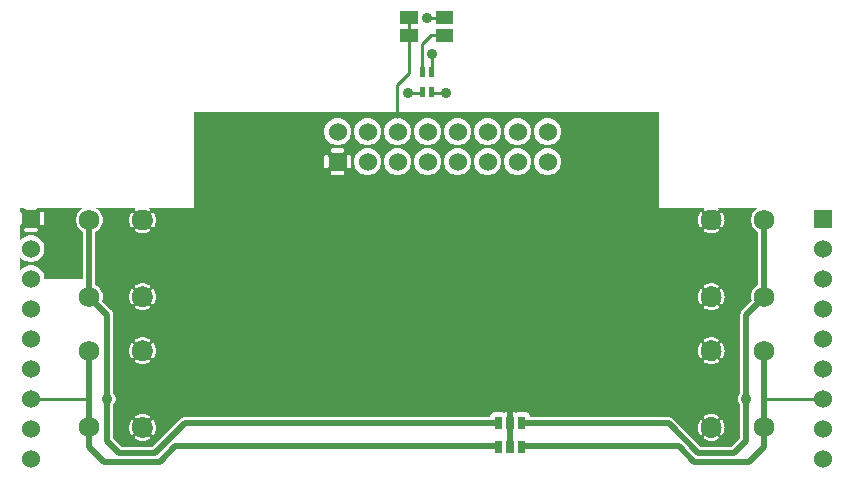
<source format=gbr>
G04 start of page 2 for group 0 idx 0 *
G04 Title: (unknown), top *
G04 Creator: pcb 20110918 *
G04 CreationDate: Tue 28 Jun 2016 03:12:46 AM GMT UTC *
G04 For: railfan *
G04 Format: Gerber/RS-274X *
G04 PCB-Dimensions: 275000 250000 *
G04 PCB-Coordinate-Origin: lower left *
%MOIN*%
%FSLAX25Y25*%
%LNTOP*%
%ADD22C,0.0390*%
%ADD21C,0.0630*%
%ADD20C,0.0380*%
%ADD19C,0.0360*%
%ADD18R,0.0240X0.0240*%
%ADD17R,0.0167X0.0167*%
%ADD16R,0.0430X0.0430*%
%ADD15C,0.0690*%
%ADD14C,0.0600*%
%ADD13C,0.0200*%
%ADD12C,0.0100*%
%ADD11C,0.0001*%
G54D11*G36*
X248000Y81102D02*Y63488D01*
X247974Y63477D01*
X247376Y63111D01*
X246844Y62656D01*
X246389Y62124D01*
X246023Y61526D01*
X245755Y60879D01*
X245591Y60198D01*
X245536Y59500D01*
X245591Y58802D01*
X245755Y58121D01*
X245766Y58094D01*
X242641Y54970D01*
X242581Y54919D01*
X242377Y54679D01*
X242212Y54411D01*
X242092Y54120D01*
X242019Y53814D01*
X242019Y53814D01*
X241994Y53500D01*
X242000Y53422D01*
Y27470D01*
X241728Y27151D01*
X241497Y26775D01*
X241329Y26368D01*
X241226Y25939D01*
X241191Y25500D01*
X241226Y25061D01*
X241329Y24632D01*
X241497Y24225D01*
X241728Y23849D01*
X242000Y23530D01*
Y12328D01*
X239172Y9500D01*
X235961D01*
Y13485D01*
X236020Y13530D01*
X236075Y13587D01*
X236118Y13652D01*
X236307Y13999D01*
X236461Y14362D01*
X236582Y14739D01*
X236668Y15124D01*
X236721Y15515D01*
X236738Y15910D01*
X236721Y16305D01*
X236668Y16696D01*
X236582Y17081D01*
X236461Y17458D01*
X236307Y17822D01*
X236122Y18170D01*
X236077Y18236D01*
X236022Y18293D01*
X235961Y18339D01*
Y39075D01*
X236020Y39120D01*
X236075Y39177D01*
X236118Y39242D01*
X236307Y39588D01*
X236461Y39952D01*
X236582Y40329D01*
X236668Y40714D01*
X236721Y41105D01*
X236738Y41500D01*
X236721Y41895D01*
X236668Y42286D01*
X236582Y42671D01*
X236461Y43048D01*
X236307Y43412D01*
X236122Y43760D01*
X236077Y43826D01*
X236022Y43883D01*
X235961Y43929D01*
Y57075D01*
X236020Y57120D01*
X236075Y57177D01*
X236118Y57242D01*
X236307Y57588D01*
X236461Y57952D01*
X236582Y58329D01*
X236668Y58714D01*
X236721Y59105D01*
X236738Y59500D01*
X236721Y59895D01*
X236668Y60286D01*
X236582Y60671D01*
X236461Y61048D01*
X236307Y61412D01*
X236122Y61760D01*
X236077Y61826D01*
X236022Y61883D01*
X235961Y61929D01*
Y82665D01*
X236020Y82710D01*
X236075Y82767D01*
X236118Y82832D01*
X236307Y83178D01*
X236461Y83542D01*
X236582Y83919D01*
X236668Y84304D01*
X236721Y84695D01*
X236738Y85090D01*
X236721Y85485D01*
X236668Y85876D01*
X236582Y86261D01*
X236461Y86638D01*
X236307Y87002D01*
X236122Y87350D01*
X236077Y87416D01*
X236022Y87473D01*
X235961Y87519D01*
Y89000D01*
X247864D01*
X247376Y88701D01*
X246844Y88246D01*
X246389Y87714D01*
X246023Y87116D01*
X245755Y86469D01*
X245591Y85788D01*
X245536Y85090D01*
X245591Y84392D01*
X245755Y83711D01*
X246023Y83064D01*
X246389Y82466D01*
X246844Y81934D01*
X247376Y81479D01*
X247974Y81113D01*
X248000Y81102D01*
G37*
G36*
X235961Y9500D02*X232286D01*
Y11456D01*
X232679Y11473D01*
X233070Y11526D01*
X233455Y11612D01*
X233832Y11733D01*
X234196Y11887D01*
X234544Y12072D01*
X234610Y12117D01*
X234667Y12172D01*
X234714Y12235D01*
X234752Y12305D01*
X234777Y12380D01*
X234791Y12458D01*
X234792Y12537D01*
X234781Y12616D01*
X234758Y12691D01*
X234724Y12763D01*
X234678Y12828D01*
X234623Y12885D01*
X234560Y12932D01*
X234490Y12969D01*
X234415Y12995D01*
X234337Y13009D01*
X234258Y13010D01*
X234179Y12999D01*
X234103Y12976D01*
X234033Y12940D01*
X233764Y12794D01*
X233483Y12675D01*
X233191Y12581D01*
X232893Y12514D01*
X232590Y12474D01*
X232286Y12460D01*
Y19360D01*
X232590Y19346D01*
X232893Y19306D01*
X233191Y19239D01*
X233483Y19145D01*
X233764Y19026D01*
X234035Y18883D01*
X234105Y18847D01*
X234180Y18824D01*
X234258Y18813D01*
X234337Y18814D01*
X234414Y18828D01*
X234488Y18854D01*
X234558Y18891D01*
X234621Y18938D01*
X234675Y18995D01*
X234721Y19059D01*
X234755Y19130D01*
X234778Y19205D01*
X234789Y19283D01*
X234788Y19362D01*
X234774Y19439D01*
X234748Y19514D01*
X234711Y19583D01*
X234664Y19646D01*
X234607Y19701D01*
X234542Y19744D01*
X234196Y19933D01*
X233832Y20087D01*
X233455Y20208D01*
X233070Y20294D01*
X232679Y20347D01*
X232286Y20364D01*
Y37046D01*
X232679Y37063D01*
X233070Y37116D01*
X233455Y37202D01*
X233832Y37323D01*
X234196Y37477D01*
X234544Y37662D01*
X234610Y37707D01*
X234667Y37762D01*
X234714Y37825D01*
X234752Y37895D01*
X234777Y37970D01*
X234791Y38048D01*
X234792Y38127D01*
X234781Y38206D01*
X234758Y38281D01*
X234724Y38353D01*
X234678Y38418D01*
X234623Y38475D01*
X234560Y38522D01*
X234490Y38559D01*
X234415Y38585D01*
X234337Y38599D01*
X234258Y38600D01*
X234179Y38589D01*
X234103Y38566D01*
X234033Y38530D01*
X233764Y38384D01*
X233483Y38265D01*
X233191Y38171D01*
X232893Y38104D01*
X232590Y38064D01*
X232286Y38050D01*
Y44950D01*
X232590Y44936D01*
X232893Y44896D01*
X233191Y44829D01*
X233483Y44735D01*
X233764Y44616D01*
X234035Y44473D01*
X234105Y44437D01*
X234180Y44414D01*
X234258Y44403D01*
X234337Y44404D01*
X234414Y44418D01*
X234488Y44444D01*
X234558Y44481D01*
X234621Y44528D01*
X234675Y44585D01*
X234721Y44649D01*
X234755Y44720D01*
X234778Y44795D01*
X234789Y44873D01*
X234788Y44952D01*
X234774Y45029D01*
X234748Y45104D01*
X234711Y45173D01*
X234664Y45236D01*
X234607Y45291D01*
X234542Y45334D01*
X234196Y45523D01*
X233832Y45677D01*
X233455Y45798D01*
X233070Y45884D01*
X232679Y45937D01*
X232286Y45954D01*
Y55046D01*
X232679Y55063D01*
X233070Y55116D01*
X233455Y55202D01*
X233832Y55323D01*
X234196Y55477D01*
X234544Y55662D01*
X234610Y55707D01*
X234667Y55762D01*
X234714Y55825D01*
X234752Y55895D01*
X234777Y55970D01*
X234791Y56048D01*
X234792Y56127D01*
X234781Y56206D01*
X234758Y56281D01*
X234724Y56353D01*
X234678Y56418D01*
X234623Y56475D01*
X234560Y56522D01*
X234490Y56559D01*
X234415Y56585D01*
X234337Y56599D01*
X234258Y56600D01*
X234179Y56589D01*
X234103Y56566D01*
X234033Y56530D01*
X233764Y56384D01*
X233483Y56265D01*
X233191Y56171D01*
X232893Y56104D01*
X232590Y56064D01*
X232286Y56050D01*
Y62950D01*
X232590Y62936D01*
X232893Y62896D01*
X233191Y62829D01*
X233483Y62735D01*
X233764Y62616D01*
X234035Y62473D01*
X234105Y62437D01*
X234180Y62414D01*
X234258Y62403D01*
X234337Y62404D01*
X234414Y62418D01*
X234488Y62444D01*
X234558Y62481D01*
X234621Y62528D01*
X234675Y62585D01*
X234721Y62649D01*
X234755Y62720D01*
X234778Y62795D01*
X234789Y62873D01*
X234788Y62952D01*
X234774Y63029D01*
X234748Y63104D01*
X234711Y63173D01*
X234664Y63236D01*
X234607Y63291D01*
X234542Y63334D01*
X234196Y63523D01*
X233832Y63677D01*
X233455Y63798D01*
X233070Y63884D01*
X232679Y63937D01*
X232286Y63954D01*
Y80636D01*
X232679Y80653D01*
X233070Y80706D01*
X233455Y80792D01*
X233832Y80913D01*
X234196Y81067D01*
X234544Y81252D01*
X234610Y81297D01*
X234667Y81352D01*
X234714Y81415D01*
X234752Y81485D01*
X234777Y81560D01*
X234791Y81638D01*
X234792Y81717D01*
X234781Y81796D01*
X234758Y81871D01*
X234724Y81943D01*
X234678Y82008D01*
X234623Y82065D01*
X234560Y82112D01*
X234490Y82149D01*
X234415Y82175D01*
X234337Y82189D01*
X234258Y82190D01*
X234179Y82179D01*
X234103Y82156D01*
X234033Y82120D01*
X233764Y81974D01*
X233483Y81855D01*
X233191Y81761D01*
X232893Y81694D01*
X232590Y81654D01*
X232286Y81640D01*
Y88540D01*
X232590Y88526D01*
X232893Y88486D01*
X233191Y88419D01*
X233483Y88325D01*
X233764Y88206D01*
X234035Y88063D01*
X234105Y88027D01*
X234180Y88004D01*
X234258Y87993D01*
X234337Y87994D01*
X234414Y88008D01*
X234488Y88034D01*
X234558Y88071D01*
X234621Y88118D01*
X234675Y88175D01*
X234721Y88239D01*
X234755Y88310D01*
X234778Y88385D01*
X234789Y88463D01*
X234788Y88542D01*
X234774Y88619D01*
X234748Y88694D01*
X234711Y88763D01*
X234664Y88826D01*
X234607Y88881D01*
X234542Y88924D01*
X234404Y89000D01*
X235961D01*
Y87519D01*
X235959Y87520D01*
X235889Y87558D01*
X235814Y87583D01*
X235736Y87597D01*
X235657Y87598D01*
X235578Y87587D01*
X235503Y87564D01*
X235431Y87530D01*
X235366Y87484D01*
X235309Y87429D01*
X235262Y87366D01*
X235225Y87296D01*
X235199Y87221D01*
X235185Y87143D01*
X235184Y87064D01*
X235195Y86985D01*
X235218Y86909D01*
X235254Y86839D01*
X235400Y86570D01*
X235519Y86289D01*
X235613Y85997D01*
X235680Y85699D01*
X235720Y85396D01*
X235734Y85090D01*
X235720Y84784D01*
X235680Y84481D01*
X235613Y84183D01*
X235519Y83891D01*
X235400Y83610D01*
X235257Y83339D01*
X235221Y83269D01*
X235198Y83194D01*
X235187Y83116D01*
X235188Y83037D01*
X235202Y82960D01*
X235228Y82886D01*
X235265Y82816D01*
X235312Y82753D01*
X235369Y82699D01*
X235433Y82653D01*
X235504Y82619D01*
X235579Y82596D01*
X235657Y82585D01*
X235736Y82586D01*
X235813Y82600D01*
X235888Y82626D01*
X235957Y82663D01*
X235961Y82665D01*
Y61929D01*
X235959Y61930D01*
X235889Y61968D01*
X235814Y61993D01*
X235736Y62007D01*
X235657Y62008D01*
X235578Y61997D01*
X235503Y61974D01*
X235431Y61940D01*
X235366Y61894D01*
X235309Y61839D01*
X235262Y61776D01*
X235225Y61706D01*
X235199Y61631D01*
X235185Y61553D01*
X235184Y61474D01*
X235195Y61395D01*
X235218Y61319D01*
X235254Y61249D01*
X235400Y60980D01*
X235519Y60699D01*
X235613Y60407D01*
X235680Y60109D01*
X235720Y59806D01*
X235734Y59500D01*
X235720Y59194D01*
X235680Y58891D01*
X235613Y58593D01*
X235519Y58301D01*
X235400Y58020D01*
X235257Y57749D01*
X235221Y57679D01*
X235198Y57604D01*
X235187Y57526D01*
X235188Y57447D01*
X235202Y57370D01*
X235228Y57296D01*
X235265Y57226D01*
X235312Y57163D01*
X235369Y57109D01*
X235433Y57063D01*
X235504Y57029D01*
X235579Y57006D01*
X235657Y56995D01*
X235736Y56996D01*
X235813Y57010D01*
X235888Y57036D01*
X235957Y57073D01*
X235961Y57075D01*
Y43929D01*
X235959Y43930D01*
X235889Y43968D01*
X235814Y43993D01*
X235736Y44007D01*
X235657Y44008D01*
X235578Y43997D01*
X235503Y43974D01*
X235431Y43940D01*
X235366Y43894D01*
X235309Y43839D01*
X235262Y43776D01*
X235225Y43706D01*
X235199Y43631D01*
X235185Y43553D01*
X235184Y43474D01*
X235195Y43395D01*
X235218Y43319D01*
X235254Y43249D01*
X235400Y42980D01*
X235519Y42699D01*
X235613Y42407D01*
X235680Y42109D01*
X235720Y41806D01*
X235734Y41500D01*
X235720Y41194D01*
X235680Y40891D01*
X235613Y40593D01*
X235519Y40301D01*
X235400Y40020D01*
X235257Y39749D01*
X235221Y39679D01*
X235198Y39604D01*
X235187Y39526D01*
X235188Y39447D01*
X235202Y39370D01*
X235228Y39296D01*
X235265Y39226D01*
X235312Y39163D01*
X235369Y39109D01*
X235433Y39063D01*
X235504Y39029D01*
X235579Y39006D01*
X235657Y38995D01*
X235736Y38996D01*
X235813Y39010D01*
X235888Y39036D01*
X235957Y39073D01*
X235961Y39075D01*
Y18339D01*
X235959Y18340D01*
X235889Y18378D01*
X235814Y18403D01*
X235736Y18417D01*
X235657Y18418D01*
X235578Y18407D01*
X235503Y18384D01*
X235431Y18350D01*
X235366Y18304D01*
X235309Y18249D01*
X235262Y18186D01*
X235225Y18116D01*
X235199Y18041D01*
X235185Y17963D01*
X235184Y17884D01*
X235195Y17805D01*
X235218Y17729D01*
X235254Y17659D01*
X235400Y17390D01*
X235519Y17109D01*
X235613Y16817D01*
X235680Y16519D01*
X235720Y16216D01*
X235734Y15910D01*
X235720Y15604D01*
X235680Y15301D01*
X235613Y15003D01*
X235519Y14711D01*
X235400Y14430D01*
X235257Y14159D01*
X235221Y14089D01*
X235198Y14014D01*
X235187Y13936D01*
X235188Y13857D01*
X235202Y13780D01*
X235228Y13706D01*
X235265Y13636D01*
X235312Y13573D01*
X235369Y13519D01*
X235433Y13473D01*
X235504Y13439D01*
X235579Y13416D01*
X235657Y13405D01*
X235736Y13406D01*
X235813Y13420D01*
X235888Y13446D01*
X235957Y13483D01*
X235961Y13485D01*
Y9500D01*
G37*
G36*
X232286D02*X228828D01*
X228607Y9721D01*
Y13481D01*
X228609Y13480D01*
X228679Y13442D01*
X228754Y13417D01*
X228832Y13403D01*
X228911Y13402D01*
X228990Y13413D01*
X229065Y13436D01*
X229137Y13470D01*
X229202Y13516D01*
X229259Y13571D01*
X229306Y13634D01*
X229343Y13704D01*
X229369Y13779D01*
X229383Y13857D01*
X229384Y13936D01*
X229373Y14015D01*
X229350Y14091D01*
X229314Y14161D01*
X229168Y14430D01*
X229049Y14711D01*
X228955Y15003D01*
X228888Y15301D01*
X228848Y15604D01*
X228834Y15910D01*
X228848Y16216D01*
X228888Y16519D01*
X228955Y16817D01*
X229049Y17109D01*
X229168Y17390D01*
X229311Y17661D01*
X229347Y17731D01*
X229370Y17806D01*
X229381Y17884D01*
X229380Y17963D01*
X229366Y18040D01*
X229340Y18114D01*
X229303Y18184D01*
X229256Y18247D01*
X229199Y18301D01*
X229135Y18347D01*
X229064Y18381D01*
X228989Y18404D01*
X228911Y18415D01*
X228832Y18414D01*
X228755Y18400D01*
X228680Y18374D01*
X228611Y18337D01*
X228607Y18335D01*
Y39071D01*
X228609Y39070D01*
X228679Y39032D01*
X228754Y39007D01*
X228832Y38993D01*
X228911Y38992D01*
X228990Y39003D01*
X229065Y39026D01*
X229137Y39060D01*
X229202Y39106D01*
X229259Y39161D01*
X229306Y39224D01*
X229343Y39294D01*
X229369Y39369D01*
X229383Y39447D01*
X229384Y39526D01*
X229373Y39605D01*
X229350Y39681D01*
X229314Y39751D01*
X229168Y40020D01*
X229049Y40301D01*
X228955Y40593D01*
X228888Y40891D01*
X228848Y41194D01*
X228834Y41500D01*
X228848Y41806D01*
X228888Y42109D01*
X228955Y42407D01*
X229049Y42699D01*
X229168Y42980D01*
X229311Y43251D01*
X229347Y43321D01*
X229370Y43396D01*
X229381Y43474D01*
X229380Y43553D01*
X229366Y43630D01*
X229340Y43704D01*
X229303Y43774D01*
X229256Y43837D01*
X229199Y43891D01*
X229135Y43937D01*
X229064Y43971D01*
X228989Y43994D01*
X228911Y44005D01*
X228832Y44004D01*
X228755Y43990D01*
X228680Y43964D01*
X228611Y43927D01*
X228607Y43925D01*
Y57071D01*
X228609Y57070D01*
X228679Y57032D01*
X228754Y57007D01*
X228832Y56993D01*
X228911Y56992D01*
X228990Y57003D01*
X229065Y57026D01*
X229137Y57060D01*
X229202Y57106D01*
X229259Y57161D01*
X229306Y57224D01*
X229343Y57294D01*
X229369Y57369D01*
X229383Y57447D01*
X229384Y57526D01*
X229373Y57605D01*
X229350Y57681D01*
X229314Y57751D01*
X229168Y58020D01*
X229049Y58301D01*
X228955Y58593D01*
X228888Y58891D01*
X228848Y59194D01*
X228834Y59500D01*
X228848Y59806D01*
X228888Y60109D01*
X228955Y60407D01*
X229049Y60699D01*
X229168Y60980D01*
X229311Y61251D01*
X229347Y61321D01*
X229370Y61396D01*
X229381Y61474D01*
X229380Y61553D01*
X229366Y61630D01*
X229340Y61704D01*
X229303Y61774D01*
X229256Y61837D01*
X229199Y61891D01*
X229135Y61937D01*
X229064Y61971D01*
X228989Y61994D01*
X228911Y62005D01*
X228832Y62004D01*
X228755Y61990D01*
X228680Y61964D01*
X228611Y61927D01*
X228607Y61925D01*
Y82661D01*
X228609Y82660D01*
X228679Y82622D01*
X228754Y82597D01*
X228832Y82583D01*
X228911Y82582D01*
X228990Y82593D01*
X229065Y82616D01*
X229137Y82650D01*
X229202Y82696D01*
X229259Y82751D01*
X229306Y82814D01*
X229343Y82884D01*
X229369Y82959D01*
X229383Y83037D01*
X229384Y83116D01*
X229373Y83195D01*
X229350Y83271D01*
X229314Y83341D01*
X229168Y83610D01*
X229049Y83891D01*
X228955Y84183D01*
X228888Y84481D01*
X228848Y84784D01*
X228834Y85090D01*
X228848Y85396D01*
X228888Y85699D01*
X228955Y85997D01*
X229049Y86289D01*
X229168Y86570D01*
X229311Y86841D01*
X229347Y86911D01*
X229370Y86986D01*
X229381Y87064D01*
X229380Y87143D01*
X229366Y87220D01*
X229340Y87294D01*
X229303Y87364D01*
X229256Y87427D01*
X229199Y87481D01*
X229135Y87527D01*
X229064Y87561D01*
X228989Y87584D01*
X228911Y87595D01*
X228832Y87594D01*
X228755Y87580D01*
X228680Y87554D01*
X228611Y87517D01*
X228607Y87515D01*
Y89000D01*
X230159D01*
X230024Y88928D01*
X229958Y88883D01*
X229901Y88828D01*
X229854Y88765D01*
X229816Y88695D01*
X229791Y88620D01*
X229777Y88542D01*
X229776Y88463D01*
X229787Y88384D01*
X229810Y88309D01*
X229844Y88237D01*
X229890Y88172D01*
X229945Y88115D01*
X230008Y88068D01*
X230078Y88031D01*
X230153Y88005D01*
X230231Y87991D01*
X230310Y87990D01*
X230389Y88001D01*
X230465Y88024D01*
X230535Y88060D01*
X230804Y88206D01*
X231085Y88325D01*
X231377Y88419D01*
X231675Y88486D01*
X231978Y88526D01*
X232284Y88540D01*
X232286Y88540D01*
Y81640D01*
X232284Y81640D01*
X231978Y81654D01*
X231675Y81694D01*
X231377Y81761D01*
X231085Y81855D01*
X230804Y81974D01*
X230533Y82117D01*
X230463Y82153D01*
X230388Y82176D01*
X230310Y82187D01*
X230231Y82186D01*
X230154Y82172D01*
X230080Y82146D01*
X230010Y82109D01*
X229947Y82062D01*
X229893Y82005D01*
X229847Y81941D01*
X229813Y81870D01*
X229790Y81795D01*
X229779Y81717D01*
X229780Y81638D01*
X229794Y81561D01*
X229820Y81486D01*
X229857Y81417D01*
X229904Y81354D01*
X229961Y81299D01*
X230026Y81256D01*
X230372Y81067D01*
X230736Y80913D01*
X231113Y80792D01*
X231498Y80706D01*
X231889Y80653D01*
X232284Y80636D01*
X232286Y80636D01*
Y63954D01*
X232284Y63954D01*
X231889Y63937D01*
X231498Y63884D01*
X231113Y63798D01*
X230736Y63677D01*
X230372Y63523D01*
X230024Y63338D01*
X229958Y63293D01*
X229901Y63238D01*
X229854Y63175D01*
X229816Y63105D01*
X229791Y63030D01*
X229777Y62952D01*
X229776Y62873D01*
X229787Y62794D01*
X229810Y62719D01*
X229844Y62647D01*
X229890Y62582D01*
X229945Y62525D01*
X230008Y62478D01*
X230078Y62441D01*
X230153Y62415D01*
X230231Y62401D01*
X230310Y62400D01*
X230389Y62411D01*
X230465Y62434D01*
X230535Y62470D01*
X230804Y62616D01*
X231085Y62735D01*
X231377Y62829D01*
X231675Y62896D01*
X231978Y62936D01*
X232284Y62950D01*
X232286Y62950D01*
Y56050D01*
X232284Y56050D01*
X231978Y56064D01*
X231675Y56104D01*
X231377Y56171D01*
X231085Y56265D01*
X230804Y56384D01*
X230533Y56527D01*
X230463Y56563D01*
X230388Y56586D01*
X230310Y56597D01*
X230231Y56596D01*
X230154Y56582D01*
X230080Y56556D01*
X230010Y56519D01*
X229947Y56472D01*
X229893Y56415D01*
X229847Y56351D01*
X229813Y56280D01*
X229790Y56205D01*
X229779Y56127D01*
X229780Y56048D01*
X229794Y55971D01*
X229820Y55896D01*
X229857Y55827D01*
X229904Y55764D01*
X229961Y55709D01*
X230026Y55666D01*
X230372Y55477D01*
X230736Y55323D01*
X231113Y55202D01*
X231498Y55116D01*
X231889Y55063D01*
X232284Y55046D01*
X232286Y55046D01*
Y45954D01*
X232284Y45954D01*
X231889Y45937D01*
X231498Y45884D01*
X231113Y45798D01*
X230736Y45677D01*
X230372Y45523D01*
X230024Y45338D01*
X229958Y45293D01*
X229901Y45238D01*
X229854Y45175D01*
X229816Y45105D01*
X229791Y45030D01*
X229777Y44952D01*
X229776Y44873D01*
X229787Y44794D01*
X229810Y44719D01*
X229844Y44647D01*
X229890Y44582D01*
X229945Y44525D01*
X230008Y44478D01*
X230078Y44441D01*
X230153Y44415D01*
X230231Y44401D01*
X230310Y44400D01*
X230389Y44411D01*
X230465Y44434D01*
X230535Y44470D01*
X230804Y44616D01*
X231085Y44735D01*
X231377Y44829D01*
X231675Y44896D01*
X231978Y44936D01*
X232284Y44950D01*
X232286Y44950D01*
Y38050D01*
X232284Y38050D01*
X231978Y38064D01*
X231675Y38104D01*
X231377Y38171D01*
X231085Y38265D01*
X230804Y38384D01*
X230533Y38527D01*
X230463Y38563D01*
X230388Y38586D01*
X230310Y38597D01*
X230231Y38596D01*
X230154Y38582D01*
X230080Y38556D01*
X230010Y38519D01*
X229947Y38472D01*
X229893Y38415D01*
X229847Y38351D01*
X229813Y38280D01*
X229790Y38205D01*
X229779Y38127D01*
X229780Y38048D01*
X229794Y37971D01*
X229820Y37896D01*
X229857Y37827D01*
X229904Y37764D01*
X229961Y37709D01*
X230026Y37666D01*
X230372Y37477D01*
X230736Y37323D01*
X231113Y37202D01*
X231498Y37116D01*
X231889Y37063D01*
X232284Y37046D01*
X232286Y37046D01*
Y20364D01*
X232284Y20364D01*
X231889Y20347D01*
X231498Y20294D01*
X231113Y20208D01*
X230736Y20087D01*
X230372Y19933D01*
X230024Y19748D01*
X229958Y19703D01*
X229901Y19648D01*
X229854Y19585D01*
X229816Y19515D01*
X229791Y19440D01*
X229777Y19362D01*
X229776Y19283D01*
X229787Y19204D01*
X229810Y19129D01*
X229844Y19057D01*
X229890Y18992D01*
X229945Y18935D01*
X230008Y18888D01*
X230078Y18851D01*
X230153Y18825D01*
X230231Y18811D01*
X230310Y18810D01*
X230389Y18821D01*
X230465Y18844D01*
X230535Y18880D01*
X230804Y19026D01*
X231085Y19145D01*
X231377Y19239D01*
X231675Y19306D01*
X231978Y19346D01*
X232284Y19360D01*
X232286Y19360D01*
Y12460D01*
X232284Y12460D01*
X231978Y12474D01*
X231675Y12514D01*
X231377Y12581D01*
X231085Y12675D01*
X230804Y12794D01*
X230533Y12937D01*
X230463Y12973D01*
X230388Y12996D01*
X230310Y13007D01*
X230231Y13006D01*
X230154Y12992D01*
X230080Y12966D01*
X230010Y12929D01*
X229947Y12882D01*
X229893Y12825D01*
X229847Y12761D01*
X229813Y12690D01*
X229790Y12615D01*
X229779Y12537D01*
X229780Y12458D01*
X229794Y12381D01*
X229820Y12306D01*
X229857Y12237D01*
X229904Y12174D01*
X229961Y12119D01*
X230026Y12076D01*
X230372Y11887D01*
X230736Y11733D01*
X231113Y11612D01*
X231498Y11526D01*
X231889Y11473D01*
X232284Y11456D01*
X232286Y11456D01*
Y9500D01*
G37*
G36*
X228607Y9721D02*X219570Y18759D01*
X219519Y18819D01*
X219279Y19023D01*
X219011Y19188D01*
X218720Y19308D01*
X218414Y19381D01*
X218414Y19381D01*
X218100Y19406D01*
X218022Y19400D01*
X177743D01*
Y99987D01*
X177750Y99986D01*
X178456Y100042D01*
X179145Y100207D01*
X179799Y100478D01*
X180403Y100848D01*
X180942Y101308D01*
X181402Y101847D01*
X181772Y102451D01*
X182043Y103105D01*
X182208Y103794D01*
X182250Y104500D01*
X182208Y105206D01*
X182043Y105895D01*
X181772Y106549D01*
X181402Y107153D01*
X180942Y107692D01*
X180403Y108152D01*
X179799Y108522D01*
X179145Y108793D01*
X178456Y108958D01*
X177750Y109014D01*
X177743Y109013D01*
Y109987D01*
X177750Y109986D01*
X178456Y110042D01*
X179145Y110207D01*
X179799Y110478D01*
X180403Y110848D01*
X180942Y111308D01*
X181402Y111847D01*
X181772Y112451D01*
X182043Y113105D01*
X182208Y113794D01*
X182250Y114500D01*
X182208Y115206D01*
X182043Y115895D01*
X181772Y116549D01*
X181402Y117153D01*
X180942Y117692D01*
X180403Y118152D01*
X179799Y118522D01*
X179145Y118793D01*
X178456Y118958D01*
X177750Y119014D01*
X177743Y119013D01*
Y121000D01*
X215000D01*
Y89000D01*
X228607D01*
Y87515D01*
X228548Y87470D01*
X228493Y87413D01*
X228450Y87348D01*
X228261Y87002D01*
X228107Y86638D01*
X227986Y86261D01*
X227900Y85876D01*
X227847Y85485D01*
X227830Y85090D01*
X227847Y84695D01*
X227900Y84304D01*
X227986Y83919D01*
X228107Y83542D01*
X228261Y83178D01*
X228446Y82830D01*
X228491Y82764D01*
X228546Y82707D01*
X228607Y82661D01*
Y61925D01*
X228548Y61880D01*
X228493Y61823D01*
X228450Y61758D01*
X228261Y61412D01*
X228107Y61048D01*
X227986Y60671D01*
X227900Y60286D01*
X227847Y59895D01*
X227830Y59500D01*
X227847Y59105D01*
X227900Y58714D01*
X227986Y58329D01*
X228107Y57952D01*
X228261Y57588D01*
X228446Y57240D01*
X228491Y57174D01*
X228546Y57117D01*
X228607Y57071D01*
Y43925D01*
X228548Y43880D01*
X228493Y43823D01*
X228450Y43758D01*
X228261Y43412D01*
X228107Y43048D01*
X227986Y42671D01*
X227900Y42286D01*
X227847Y41895D01*
X227830Y41500D01*
X227847Y41105D01*
X227900Y40714D01*
X227986Y40329D01*
X228107Y39952D01*
X228261Y39588D01*
X228446Y39240D01*
X228491Y39174D01*
X228546Y39117D01*
X228607Y39071D01*
Y18335D01*
X228548Y18290D01*
X228493Y18233D01*
X228450Y18168D01*
X228261Y17822D01*
X228107Y17458D01*
X227986Y17081D01*
X227900Y16696D01*
X227847Y16305D01*
X227830Y15910D01*
X227847Y15515D01*
X227900Y15124D01*
X227986Y14739D01*
X228107Y14362D01*
X228261Y13999D01*
X228446Y13650D01*
X228491Y13584D01*
X228546Y13527D01*
X228607Y13481D01*
Y9721D01*
G37*
G36*
X177743Y19400D02*X171837D01*
X171836Y19735D01*
X171781Y19965D01*
X171691Y20183D01*
X171567Y20384D01*
X171414Y20564D01*
X171234Y20717D01*
X171033Y20841D01*
X170815Y20931D01*
X170585Y20986D01*
X170350Y21000D01*
X167743Y20986D01*
Y99987D01*
X167750Y99986D01*
X168456Y100042D01*
X169145Y100207D01*
X169799Y100478D01*
X170403Y100848D01*
X170942Y101308D01*
X171402Y101847D01*
X171772Y102451D01*
X172043Y103105D01*
X172208Y103794D01*
X172250Y104500D01*
X172208Y105206D01*
X172043Y105895D01*
X171772Y106549D01*
X171402Y107153D01*
X170942Y107692D01*
X170403Y108152D01*
X169799Y108522D01*
X169145Y108793D01*
X168456Y108958D01*
X167750Y109014D01*
X167743Y109013D01*
Y109987D01*
X167750Y109986D01*
X168456Y110042D01*
X169145Y110207D01*
X169799Y110478D01*
X170403Y110848D01*
X170942Y111308D01*
X171402Y111847D01*
X171772Y112451D01*
X172043Y113105D01*
X172208Y113794D01*
X172250Y114500D01*
X172208Y115206D01*
X172043Y115895D01*
X171772Y116549D01*
X171402Y117153D01*
X170942Y117692D01*
X170403Y118152D01*
X169799Y118522D01*
X169145Y118793D01*
X168456Y118958D01*
X167750Y119014D01*
X167743Y119013D01*
Y121000D01*
X177743D01*
Y119013D01*
X177044Y118958D01*
X176355Y118793D01*
X175701Y118522D01*
X175097Y118152D01*
X174558Y117692D01*
X174098Y117153D01*
X173728Y116549D01*
X173457Y115895D01*
X173292Y115206D01*
X173236Y114500D01*
X173292Y113794D01*
X173457Y113105D01*
X173728Y112451D01*
X174098Y111847D01*
X174558Y111308D01*
X175097Y110848D01*
X175701Y110478D01*
X176355Y110207D01*
X177044Y110042D01*
X177743Y109987D01*
Y109013D01*
X177044Y108958D01*
X176355Y108793D01*
X175701Y108522D01*
X175097Y108152D01*
X174558Y107692D01*
X174098Y107153D01*
X173728Y106549D01*
X173457Y105895D01*
X173292Y105206D01*
X173236Y104500D01*
X173292Y103794D01*
X173457Y103105D01*
X173728Y102451D01*
X174098Y101847D01*
X174558Y101308D01*
X175097Y100848D01*
X175701Y100478D01*
X176355Y100207D01*
X177044Y100042D01*
X177743Y99987D01*
Y19400D01*
G37*
G36*
X167743Y20986D02*X167715Y20986D01*
X167485Y20931D01*
X167267Y20841D01*
X167200Y20800D01*
X167133Y20841D01*
X166915Y20931D01*
X166685Y20986D01*
X166450Y21000D01*
X163815Y20986D01*
X163585Y20931D01*
X163367Y20841D01*
X163300Y20800D01*
X163233Y20841D01*
X163015Y20931D01*
X162785Y20986D01*
X162550Y21000D01*
X159915Y20986D01*
X159685Y20931D01*
X159467Y20841D01*
X159266Y20717D01*
X159086Y20564D01*
X158933Y20384D01*
X158809Y20183D01*
X158719Y19965D01*
X158664Y19735D01*
X158650Y19500D01*
X158650Y19400D01*
X157743D01*
Y99987D01*
X157750Y99986D01*
X158456Y100042D01*
X159145Y100207D01*
X159799Y100478D01*
X160403Y100848D01*
X160942Y101308D01*
X161402Y101847D01*
X161772Y102451D01*
X162043Y103105D01*
X162208Y103794D01*
X162250Y104500D01*
X162208Y105206D01*
X162043Y105895D01*
X161772Y106549D01*
X161402Y107153D01*
X160942Y107692D01*
X160403Y108152D01*
X159799Y108522D01*
X159145Y108793D01*
X158456Y108958D01*
X157750Y109014D01*
X157743Y109013D01*
Y109987D01*
X157750Y109986D01*
X158456Y110042D01*
X159145Y110207D01*
X159799Y110478D01*
X160403Y110848D01*
X160942Y111308D01*
X161402Y111847D01*
X161772Y112451D01*
X162043Y113105D01*
X162208Y113794D01*
X162250Y114500D01*
X162208Y115206D01*
X162043Y115895D01*
X161772Y116549D01*
X161402Y117153D01*
X160942Y117692D01*
X160403Y118152D01*
X159799Y118522D01*
X159145Y118793D01*
X158456Y118958D01*
X157750Y119014D01*
X157743Y119013D01*
Y121000D01*
X167743D01*
Y119013D01*
X167044Y118958D01*
X166355Y118793D01*
X165701Y118522D01*
X165097Y118152D01*
X164558Y117692D01*
X164098Y117153D01*
X163728Y116549D01*
X163457Y115895D01*
X163292Y115206D01*
X163236Y114500D01*
X163292Y113794D01*
X163457Y113105D01*
X163728Y112451D01*
X164098Y111847D01*
X164558Y111308D01*
X165097Y110848D01*
X165701Y110478D01*
X166355Y110207D01*
X167044Y110042D01*
X167743Y109987D01*
Y109013D01*
X167044Y108958D01*
X166355Y108793D01*
X165701Y108522D01*
X165097Y108152D01*
X164558Y107692D01*
X164098Y107153D01*
X163728Y106549D01*
X163457Y105895D01*
X163292Y105206D01*
X163236Y104500D01*
X163292Y103794D01*
X163457Y103105D01*
X163728Y102451D01*
X164098Y101847D01*
X164558Y101308D01*
X165097Y100848D01*
X165701Y100478D01*
X166355Y100207D01*
X167044Y100042D01*
X167743Y99987D01*
Y20986D01*
G37*
G36*
X157743Y19400D02*X147743D01*
Y99987D01*
X147750Y99986D01*
X148456Y100042D01*
X149145Y100207D01*
X149799Y100478D01*
X150403Y100848D01*
X150942Y101308D01*
X151402Y101847D01*
X151772Y102451D01*
X152043Y103105D01*
X152208Y103794D01*
X152250Y104500D01*
X152208Y105206D01*
X152043Y105895D01*
X151772Y106549D01*
X151402Y107153D01*
X150942Y107692D01*
X150403Y108152D01*
X149799Y108522D01*
X149145Y108793D01*
X148456Y108958D01*
X147750Y109014D01*
X147743Y109013D01*
Y109987D01*
X147750Y109986D01*
X148456Y110042D01*
X149145Y110207D01*
X149799Y110478D01*
X150403Y110848D01*
X150942Y111308D01*
X151402Y111847D01*
X151772Y112451D01*
X152043Y113105D01*
X152208Y113794D01*
X152250Y114500D01*
X152208Y115206D01*
X152043Y115895D01*
X151772Y116549D01*
X151402Y117153D01*
X150942Y117692D01*
X150403Y118152D01*
X149799Y118522D01*
X149145Y118793D01*
X148456Y118958D01*
X147750Y119014D01*
X147743Y119013D01*
Y121000D01*
X157743D01*
Y119013D01*
X157044Y118958D01*
X156355Y118793D01*
X155701Y118522D01*
X155097Y118152D01*
X154558Y117692D01*
X154098Y117153D01*
X153728Y116549D01*
X153457Y115895D01*
X153292Y115206D01*
X153236Y114500D01*
X153292Y113794D01*
X153457Y113105D01*
X153728Y112451D01*
X154098Y111847D01*
X154558Y111308D01*
X155097Y110848D01*
X155701Y110478D01*
X156355Y110207D01*
X157044Y110042D01*
X157743Y109987D01*
Y109013D01*
X157044Y108958D01*
X156355Y108793D01*
X155701Y108522D01*
X155097Y108152D01*
X154558Y107692D01*
X154098Y107153D01*
X153728Y106549D01*
X153457Y105895D01*
X153292Y105206D01*
X153236Y104500D01*
X153292Y103794D01*
X153457Y103105D01*
X153728Y102451D01*
X154098Y101847D01*
X154558Y101308D01*
X155097Y100848D01*
X155701Y100478D01*
X156355Y100207D01*
X157044Y100042D01*
X157743Y99987D01*
Y19400D01*
G37*
G36*
X147743D02*X137743D01*
Y99987D01*
X137750Y99986D01*
X138456Y100042D01*
X139145Y100207D01*
X139799Y100478D01*
X140403Y100848D01*
X140942Y101308D01*
X141402Y101847D01*
X141772Y102451D01*
X142043Y103105D01*
X142208Y103794D01*
X142250Y104500D01*
X142208Y105206D01*
X142043Y105895D01*
X141772Y106549D01*
X141402Y107153D01*
X140942Y107692D01*
X140403Y108152D01*
X139799Y108522D01*
X139145Y108793D01*
X138456Y108958D01*
X137750Y109014D01*
X137743Y109013D01*
Y109987D01*
X137750Y109986D01*
X138456Y110042D01*
X139145Y110207D01*
X139799Y110478D01*
X140403Y110848D01*
X140942Y111308D01*
X141402Y111847D01*
X141772Y112451D01*
X142043Y113105D01*
X142208Y113794D01*
X142250Y114500D01*
X142208Y115206D01*
X142043Y115895D01*
X141772Y116549D01*
X141402Y117153D01*
X140942Y117692D01*
X140403Y118152D01*
X139799Y118522D01*
X139145Y118793D01*
X138456Y118958D01*
X137750Y119014D01*
X137743Y119013D01*
Y121000D01*
X147743D01*
Y119013D01*
X147044Y118958D01*
X146355Y118793D01*
X145701Y118522D01*
X145097Y118152D01*
X144558Y117692D01*
X144098Y117153D01*
X143728Y116549D01*
X143457Y115895D01*
X143292Y115206D01*
X143236Y114500D01*
X143292Y113794D01*
X143457Y113105D01*
X143728Y112451D01*
X144098Y111847D01*
X144558Y111308D01*
X145097Y110848D01*
X145701Y110478D01*
X146355Y110207D01*
X147044Y110042D01*
X147743Y109987D01*
Y109013D01*
X147044Y108958D01*
X146355Y108793D01*
X145701Y108522D01*
X145097Y108152D01*
X144558Y107692D01*
X144098Y107153D01*
X143728Y106549D01*
X143457Y105895D01*
X143292Y105206D01*
X143236Y104500D01*
X143292Y103794D01*
X143457Y103105D01*
X143728Y102451D01*
X144098Y101847D01*
X144558Y101308D01*
X145097Y100848D01*
X145701Y100478D01*
X146355Y100207D01*
X147044Y100042D01*
X147743Y99987D01*
Y19400D01*
G37*
G36*
X137743D02*X127743D01*
Y99987D01*
X127750Y99986D01*
X128456Y100042D01*
X129145Y100207D01*
X129799Y100478D01*
X130403Y100848D01*
X130942Y101308D01*
X131402Y101847D01*
X131772Y102451D01*
X132043Y103105D01*
X132208Y103794D01*
X132250Y104500D01*
X132208Y105206D01*
X132043Y105895D01*
X131772Y106549D01*
X131402Y107153D01*
X130942Y107692D01*
X130403Y108152D01*
X129799Y108522D01*
X129145Y108793D01*
X128456Y108958D01*
X127750Y109014D01*
X127743Y109013D01*
Y109987D01*
X127750Y109986D01*
X128456Y110042D01*
X129145Y110207D01*
X129799Y110478D01*
X130403Y110848D01*
X130942Y111308D01*
X131402Y111847D01*
X131772Y112451D01*
X132043Y113105D01*
X132208Y113794D01*
X132250Y114500D01*
X132208Y115206D01*
X132043Y115895D01*
X131772Y116549D01*
X131402Y117153D01*
X130942Y117692D01*
X130403Y118152D01*
X129799Y118522D01*
X129145Y118793D01*
X128456Y118958D01*
X127750Y119014D01*
X127743Y119013D01*
Y121000D01*
X137743D01*
Y119013D01*
X137044Y118958D01*
X136355Y118793D01*
X135701Y118522D01*
X135097Y118152D01*
X134558Y117692D01*
X134098Y117153D01*
X133728Y116549D01*
X133457Y115895D01*
X133292Y115206D01*
X133236Y114500D01*
X133292Y113794D01*
X133457Y113105D01*
X133728Y112451D01*
X134098Y111847D01*
X134558Y111308D01*
X135097Y110848D01*
X135701Y110478D01*
X136355Y110207D01*
X137044Y110042D01*
X137743Y109987D01*
Y109013D01*
X137044Y108958D01*
X136355Y108793D01*
X135701Y108522D01*
X135097Y108152D01*
X134558Y107692D01*
X134098Y107153D01*
X133728Y106549D01*
X133457Y105895D01*
X133292Y105206D01*
X133236Y104500D01*
X133292Y103794D01*
X133457Y103105D01*
X133728Y102451D01*
X134098Y101847D01*
X134558Y101308D01*
X135097Y100848D01*
X135701Y100478D01*
X136355Y100207D01*
X137044Y100042D01*
X137743Y99987D01*
Y19400D01*
G37*
G36*
X127743D02*X117743D01*
Y99987D01*
X117750Y99986D01*
X118456Y100042D01*
X119145Y100207D01*
X119799Y100478D01*
X120403Y100848D01*
X120942Y101308D01*
X121402Y101847D01*
X121772Y102451D01*
X122043Y103105D01*
X122208Y103794D01*
X122250Y104500D01*
X122208Y105206D01*
X122043Y105895D01*
X121772Y106549D01*
X121402Y107153D01*
X120942Y107692D01*
X120403Y108152D01*
X119799Y108522D01*
X119145Y108793D01*
X118456Y108958D01*
X117750Y109014D01*
X117743Y109013D01*
Y109987D01*
X117750Y109986D01*
X118456Y110042D01*
X119145Y110207D01*
X119799Y110478D01*
X120403Y110848D01*
X120942Y111308D01*
X121402Y111847D01*
X121772Y112451D01*
X122043Y113105D01*
X122208Y113794D01*
X122250Y114500D01*
X122208Y115206D01*
X122043Y115895D01*
X121772Y116549D01*
X121402Y117153D01*
X120942Y117692D01*
X120403Y118152D01*
X119799Y118522D01*
X119145Y118793D01*
X118456Y118958D01*
X117750Y119014D01*
X117743Y119013D01*
Y121000D01*
X127743D01*
Y119013D01*
X127044Y118958D01*
X126355Y118793D01*
X125701Y118522D01*
X125097Y118152D01*
X124558Y117692D01*
X124098Y117153D01*
X123728Y116549D01*
X123457Y115895D01*
X123292Y115206D01*
X123236Y114500D01*
X123292Y113794D01*
X123457Y113105D01*
X123728Y112451D01*
X124098Y111847D01*
X124558Y111308D01*
X125097Y110848D01*
X125701Y110478D01*
X126355Y110207D01*
X127044Y110042D01*
X127743Y109987D01*
Y109013D01*
X127044Y108958D01*
X126355Y108793D01*
X125701Y108522D01*
X125097Y108152D01*
X124558Y107692D01*
X124098Y107153D01*
X123728Y106549D01*
X123457Y105895D01*
X123292Y105206D01*
X123236Y104500D01*
X123292Y103794D01*
X123457Y103105D01*
X123728Y102451D01*
X124098Y101847D01*
X124558Y101308D01*
X125097Y100848D01*
X125701Y100478D01*
X126355Y100207D01*
X127044Y100042D01*
X127743Y99987D01*
Y19400D01*
G37*
G36*
X117743D02*X111500D01*
Y102248D01*
X111618Y102257D01*
X111732Y102285D01*
X111842Y102330D01*
X111942Y102391D01*
X112032Y102468D01*
X112109Y102558D01*
X112170Y102658D01*
X112215Y102768D01*
X112243Y102882D01*
X112250Y103000D01*
Y106000D01*
X112243Y106118D01*
X112215Y106232D01*
X112170Y106342D01*
X112109Y106442D01*
X112032Y106532D01*
X111942Y106609D01*
X111842Y106670D01*
X111732Y106715D01*
X111618Y106743D01*
X111500Y106752D01*
Y112007D01*
X111772Y112451D01*
X112043Y113105D01*
X112208Y113794D01*
X112250Y114500D01*
X112208Y115206D01*
X112043Y115895D01*
X111772Y116549D01*
X111500Y116993D01*
Y121000D01*
X117743D01*
Y119013D01*
X117044Y118958D01*
X116355Y118793D01*
X115701Y118522D01*
X115097Y118152D01*
X114558Y117692D01*
X114098Y117153D01*
X113728Y116549D01*
X113457Y115895D01*
X113292Y115206D01*
X113236Y114500D01*
X113292Y113794D01*
X113457Y113105D01*
X113728Y112451D01*
X114098Y111847D01*
X114558Y111308D01*
X115097Y110848D01*
X115701Y110478D01*
X116355Y110207D01*
X117044Y110042D01*
X117743Y109987D01*
Y109013D01*
X117044Y108958D01*
X116355Y108793D01*
X115701Y108522D01*
X115097Y108152D01*
X114558Y107692D01*
X114098Y107153D01*
X113728Y106549D01*
X113457Y105895D01*
X113292Y105206D01*
X113236Y104500D01*
X113292Y103794D01*
X113457Y103105D01*
X113728Y102451D01*
X114098Y101847D01*
X114558Y101308D01*
X115097Y100848D01*
X115701Y100478D01*
X116355Y100207D01*
X117044Y100042D01*
X117743Y99987D01*
Y19400D01*
G37*
G36*
X111500Y116993D02*X111402Y117153D01*
X110942Y117692D01*
X110403Y118152D01*
X109799Y118522D01*
X109145Y118793D01*
X108456Y118958D01*
X107750Y119014D01*
Y121000D01*
X111500D01*
Y116993D01*
G37*
G36*
Y19400D02*X107750D01*
Y100000D01*
X109250D01*
X109368Y100007D01*
X109482Y100035D01*
X109592Y100080D01*
X109692Y100141D01*
X109782Y100218D01*
X109859Y100308D01*
X109920Y100408D01*
X109965Y100518D01*
X109993Y100632D01*
X110002Y100750D01*
X109993Y100868D01*
X109965Y100982D01*
X109920Y101092D01*
X109859Y101192D01*
X109782Y101282D01*
X109692Y101359D01*
X109592Y101420D01*
X109482Y101465D01*
X109368Y101493D01*
X109250Y101500D01*
X107750D01*
Y107500D01*
X109250D01*
X109368Y107507D01*
X109482Y107535D01*
X109592Y107580D01*
X109692Y107641D01*
X109782Y107718D01*
X109859Y107808D01*
X109920Y107908D01*
X109965Y108018D01*
X109993Y108132D01*
X110002Y108250D01*
X109993Y108368D01*
X109965Y108482D01*
X109920Y108592D01*
X109859Y108692D01*
X109782Y108782D01*
X109692Y108859D01*
X109592Y108920D01*
X109482Y108965D01*
X109368Y108993D01*
X109250Y109000D01*
X107750D01*
Y109986D01*
X108456Y110042D01*
X109145Y110207D01*
X109799Y110478D01*
X110403Y110848D01*
X110942Y111308D01*
X111402Y111847D01*
X111500Y112007D01*
Y106752D01*
X111382Y106743D01*
X111268Y106715D01*
X111158Y106670D01*
X111058Y106609D01*
X110968Y106532D01*
X110891Y106442D01*
X110830Y106342D01*
X110785Y106232D01*
X110757Y106118D01*
X110750Y106000D01*
Y103000D01*
X110757Y102882D01*
X110785Y102768D01*
X110830Y102658D01*
X110891Y102558D01*
X110968Y102468D01*
X111058Y102391D01*
X111158Y102330D01*
X111268Y102285D01*
X111382Y102257D01*
X111500Y102248D01*
Y19400D01*
G37*
G36*
X104000Y121000D02*X107750D01*
Y119014D01*
X107750D01*
X107044Y118958D01*
X106355Y118793D01*
X105701Y118522D01*
X105097Y118152D01*
X104558Y117692D01*
X104098Y117153D01*
X104000Y116993D01*
Y121000D01*
G37*
G36*
X107750Y19400D02*X104000D01*
Y102248D01*
X104118Y102257D01*
X104232Y102285D01*
X104342Y102330D01*
X104442Y102391D01*
X104532Y102468D01*
X104609Y102558D01*
X104670Y102658D01*
X104715Y102768D01*
X104743Y102882D01*
X104750Y103000D01*
Y106000D01*
X104743Y106118D01*
X104715Y106232D01*
X104670Y106342D01*
X104609Y106442D01*
X104532Y106532D01*
X104442Y106609D01*
X104342Y106670D01*
X104232Y106715D01*
X104118Y106743D01*
X104000Y106752D01*
Y112007D01*
X104098Y111847D01*
X104558Y111308D01*
X105097Y110848D01*
X105701Y110478D01*
X106355Y110207D01*
X107044Y110042D01*
X107750Y109986D01*
X107750D01*
Y109000D01*
X106250D01*
X106132Y108993D01*
X106018Y108965D01*
X105908Y108920D01*
X105808Y108859D01*
X105718Y108782D01*
X105641Y108692D01*
X105580Y108592D01*
X105535Y108482D01*
X105507Y108368D01*
X105498Y108250D01*
X105507Y108132D01*
X105535Y108018D01*
X105580Y107908D01*
X105641Y107808D01*
X105718Y107718D01*
X105808Y107641D01*
X105908Y107580D01*
X106018Y107535D01*
X106132Y107507D01*
X106250Y107500D01*
X107750D01*
Y101500D01*
X106250D01*
X106132Y101493D01*
X106018Y101465D01*
X105908Y101420D01*
X105808Y101359D01*
X105718Y101282D01*
X105641Y101192D01*
X105580Y101092D01*
X105535Y100982D01*
X105507Y100868D01*
X105498Y100750D01*
X105507Y100632D01*
X105535Y100518D01*
X105580Y100408D01*
X105641Y100308D01*
X105718Y100218D01*
X105808Y100141D01*
X105908Y100080D01*
X106018Y100035D01*
X106132Y100007D01*
X106250Y100000D01*
X107750D01*
Y19400D01*
G37*
G36*
X104000D02*X56978D01*
X56900Y19406D01*
X56586Y19381D01*
X56280Y19308D01*
X55989Y19188D01*
X55721Y19023D01*
X55720Y19023D01*
X55481Y18819D01*
X55430Y18759D01*
X46393Y9721D01*
Y13485D01*
X46452Y13530D01*
X46507Y13587D01*
X46550Y13652D01*
X46739Y13999D01*
X46893Y14362D01*
X47014Y14739D01*
X47100Y15124D01*
X47153Y15515D01*
X47170Y15910D01*
X47153Y16305D01*
X47100Y16696D01*
X47014Y17081D01*
X46893Y17458D01*
X46739Y17822D01*
X46554Y18170D01*
X46509Y18236D01*
X46454Y18293D01*
X46393Y18339D01*
Y39075D01*
X46452Y39120D01*
X46507Y39177D01*
X46550Y39242D01*
X46739Y39588D01*
X46893Y39952D01*
X47014Y40329D01*
X47100Y40714D01*
X47153Y41105D01*
X47170Y41500D01*
X47153Y41895D01*
X47100Y42286D01*
X47014Y42671D01*
X46893Y43048D01*
X46739Y43412D01*
X46554Y43760D01*
X46509Y43826D01*
X46454Y43883D01*
X46393Y43929D01*
Y57075D01*
X46452Y57120D01*
X46507Y57177D01*
X46550Y57242D01*
X46739Y57588D01*
X46893Y57952D01*
X47014Y58329D01*
X47100Y58714D01*
X47153Y59105D01*
X47170Y59500D01*
X47153Y59895D01*
X47100Y60286D01*
X47014Y60671D01*
X46893Y61048D01*
X46739Y61412D01*
X46554Y61760D01*
X46509Y61826D01*
X46454Y61883D01*
X46393Y61929D01*
Y82665D01*
X46452Y82710D01*
X46507Y82767D01*
X46550Y82832D01*
X46739Y83178D01*
X46893Y83542D01*
X47014Y83919D01*
X47100Y84304D01*
X47153Y84695D01*
X47170Y85090D01*
X47153Y85485D01*
X47100Y85876D01*
X47014Y86261D01*
X46893Y86638D01*
X46739Y87002D01*
X46554Y87350D01*
X46509Y87416D01*
X46454Y87473D01*
X46393Y87519D01*
Y89000D01*
X60000D01*
Y121000D01*
X104000D01*
Y116993D01*
X103728Y116549D01*
X103457Y115895D01*
X103292Y115206D01*
X103236Y114500D01*
X103292Y113794D01*
X103457Y113105D01*
X103728Y112451D01*
X104000Y112007D01*
Y106752D01*
X103882Y106743D01*
X103768Y106715D01*
X103658Y106670D01*
X103558Y106609D01*
X103468Y106532D01*
X103391Y106442D01*
X103330Y106342D01*
X103285Y106232D01*
X103257Y106118D01*
X103250Y106000D01*
Y103000D01*
X103257Y102882D01*
X103285Y102768D01*
X103330Y102658D01*
X103391Y102558D01*
X103468Y102468D01*
X103558Y102391D01*
X103658Y102330D01*
X103768Y102285D01*
X103882Y102257D01*
X104000Y102248D01*
Y19400D01*
G37*
G36*
X46393Y9721D02*X46172Y9500D01*
X42718D01*
Y11456D01*
X43111Y11473D01*
X43502Y11526D01*
X43887Y11612D01*
X44264Y11733D01*
X44628Y11887D01*
X44976Y12072D01*
X45042Y12117D01*
X45099Y12172D01*
X45146Y12235D01*
X45184Y12305D01*
X45209Y12380D01*
X45223Y12458D01*
X45224Y12537D01*
X45213Y12616D01*
X45190Y12691D01*
X45156Y12763D01*
X45110Y12828D01*
X45055Y12885D01*
X44992Y12932D01*
X44922Y12969D01*
X44847Y12995D01*
X44769Y13009D01*
X44690Y13010D01*
X44611Y12999D01*
X44535Y12976D01*
X44465Y12940D01*
X44196Y12794D01*
X43915Y12675D01*
X43623Y12581D01*
X43325Y12514D01*
X43022Y12474D01*
X42718Y12460D01*
Y19360D01*
X43022Y19346D01*
X43325Y19306D01*
X43623Y19239D01*
X43915Y19145D01*
X44196Y19026D01*
X44467Y18883D01*
X44537Y18847D01*
X44612Y18824D01*
X44690Y18813D01*
X44769Y18814D01*
X44846Y18828D01*
X44920Y18854D01*
X44990Y18891D01*
X45053Y18938D01*
X45107Y18995D01*
X45153Y19059D01*
X45187Y19130D01*
X45210Y19205D01*
X45221Y19283D01*
X45220Y19362D01*
X45206Y19439D01*
X45180Y19514D01*
X45143Y19583D01*
X45096Y19646D01*
X45039Y19701D01*
X44974Y19744D01*
X44628Y19933D01*
X44264Y20087D01*
X43887Y20208D01*
X43502Y20294D01*
X43111Y20347D01*
X42718Y20364D01*
Y37046D01*
X43111Y37063D01*
X43502Y37116D01*
X43887Y37202D01*
X44264Y37323D01*
X44628Y37477D01*
X44976Y37662D01*
X45042Y37707D01*
X45099Y37762D01*
X45146Y37825D01*
X45184Y37895D01*
X45209Y37970D01*
X45223Y38048D01*
X45224Y38127D01*
X45213Y38206D01*
X45190Y38281D01*
X45156Y38353D01*
X45110Y38418D01*
X45055Y38475D01*
X44992Y38522D01*
X44922Y38559D01*
X44847Y38585D01*
X44769Y38599D01*
X44690Y38600D01*
X44611Y38589D01*
X44535Y38566D01*
X44465Y38530D01*
X44196Y38384D01*
X43915Y38265D01*
X43623Y38171D01*
X43325Y38104D01*
X43022Y38064D01*
X42718Y38050D01*
Y44950D01*
X43022Y44936D01*
X43325Y44896D01*
X43623Y44829D01*
X43915Y44735D01*
X44196Y44616D01*
X44467Y44473D01*
X44537Y44437D01*
X44612Y44414D01*
X44690Y44403D01*
X44769Y44404D01*
X44846Y44418D01*
X44920Y44444D01*
X44990Y44481D01*
X45053Y44528D01*
X45107Y44585D01*
X45153Y44649D01*
X45187Y44720D01*
X45210Y44795D01*
X45221Y44873D01*
X45220Y44952D01*
X45206Y45029D01*
X45180Y45104D01*
X45143Y45173D01*
X45096Y45236D01*
X45039Y45291D01*
X44974Y45334D01*
X44628Y45523D01*
X44264Y45677D01*
X43887Y45798D01*
X43502Y45884D01*
X43111Y45937D01*
X42718Y45954D01*
Y55046D01*
X43111Y55063D01*
X43502Y55116D01*
X43887Y55202D01*
X44264Y55323D01*
X44628Y55477D01*
X44976Y55662D01*
X45042Y55707D01*
X45099Y55762D01*
X45146Y55825D01*
X45184Y55895D01*
X45209Y55970D01*
X45223Y56048D01*
X45224Y56127D01*
X45213Y56206D01*
X45190Y56281D01*
X45156Y56353D01*
X45110Y56418D01*
X45055Y56475D01*
X44992Y56522D01*
X44922Y56559D01*
X44847Y56585D01*
X44769Y56599D01*
X44690Y56600D01*
X44611Y56589D01*
X44535Y56566D01*
X44465Y56530D01*
X44196Y56384D01*
X43915Y56265D01*
X43623Y56171D01*
X43325Y56104D01*
X43022Y56064D01*
X42718Y56050D01*
Y62950D01*
X43022Y62936D01*
X43325Y62896D01*
X43623Y62829D01*
X43915Y62735D01*
X44196Y62616D01*
X44467Y62473D01*
X44537Y62437D01*
X44612Y62414D01*
X44690Y62403D01*
X44769Y62404D01*
X44846Y62418D01*
X44920Y62444D01*
X44990Y62481D01*
X45053Y62528D01*
X45107Y62585D01*
X45153Y62649D01*
X45187Y62720D01*
X45210Y62795D01*
X45221Y62873D01*
X45220Y62952D01*
X45206Y63029D01*
X45180Y63104D01*
X45143Y63173D01*
X45096Y63236D01*
X45039Y63291D01*
X44974Y63334D01*
X44628Y63523D01*
X44264Y63677D01*
X43887Y63798D01*
X43502Y63884D01*
X43111Y63937D01*
X42718Y63954D01*
Y80636D01*
X43111Y80653D01*
X43502Y80706D01*
X43887Y80792D01*
X44264Y80913D01*
X44628Y81067D01*
X44976Y81252D01*
X45042Y81297D01*
X45099Y81352D01*
X45146Y81415D01*
X45184Y81485D01*
X45209Y81560D01*
X45223Y81638D01*
X45224Y81717D01*
X45213Y81796D01*
X45190Y81871D01*
X45156Y81943D01*
X45110Y82008D01*
X45055Y82065D01*
X44992Y82112D01*
X44922Y82149D01*
X44847Y82175D01*
X44769Y82189D01*
X44690Y82190D01*
X44611Y82179D01*
X44535Y82156D01*
X44465Y82120D01*
X44196Y81974D01*
X43915Y81855D01*
X43623Y81761D01*
X43325Y81694D01*
X43022Y81654D01*
X42718Y81640D01*
Y88540D01*
X43022Y88526D01*
X43325Y88486D01*
X43623Y88419D01*
X43915Y88325D01*
X44196Y88206D01*
X44467Y88063D01*
X44537Y88027D01*
X44612Y88004D01*
X44690Y87993D01*
X44769Y87994D01*
X44846Y88008D01*
X44920Y88034D01*
X44990Y88071D01*
X45053Y88118D01*
X45107Y88175D01*
X45153Y88239D01*
X45187Y88310D01*
X45210Y88385D01*
X45221Y88463D01*
X45220Y88542D01*
X45206Y88619D01*
X45180Y88694D01*
X45143Y88763D01*
X45096Y88826D01*
X45039Y88881D01*
X44974Y88924D01*
X44836Y89000D01*
X46393D01*
Y87519D01*
X46391Y87520D01*
X46321Y87558D01*
X46246Y87583D01*
X46168Y87597D01*
X46089Y87598D01*
X46010Y87587D01*
X45935Y87564D01*
X45863Y87530D01*
X45798Y87484D01*
X45741Y87429D01*
X45694Y87366D01*
X45657Y87296D01*
X45631Y87221D01*
X45617Y87143D01*
X45616Y87064D01*
X45627Y86985D01*
X45650Y86909D01*
X45686Y86839D01*
X45832Y86570D01*
X45951Y86289D01*
X46045Y85997D01*
X46112Y85699D01*
X46152Y85396D01*
X46166Y85090D01*
X46152Y84784D01*
X46112Y84481D01*
X46045Y84183D01*
X45951Y83891D01*
X45832Y83610D01*
X45689Y83339D01*
X45653Y83269D01*
X45630Y83194D01*
X45619Y83116D01*
X45620Y83037D01*
X45634Y82960D01*
X45660Y82886D01*
X45697Y82816D01*
X45744Y82753D01*
X45801Y82699D01*
X45865Y82653D01*
X45936Y82619D01*
X46011Y82596D01*
X46089Y82585D01*
X46168Y82586D01*
X46245Y82600D01*
X46320Y82626D01*
X46389Y82663D01*
X46393Y82665D01*
Y61929D01*
X46391Y61930D01*
X46321Y61968D01*
X46246Y61993D01*
X46168Y62007D01*
X46089Y62008D01*
X46010Y61997D01*
X45935Y61974D01*
X45863Y61940D01*
X45798Y61894D01*
X45741Y61839D01*
X45694Y61776D01*
X45657Y61706D01*
X45631Y61631D01*
X45617Y61553D01*
X45616Y61474D01*
X45627Y61395D01*
X45650Y61319D01*
X45686Y61249D01*
X45832Y60980D01*
X45951Y60699D01*
X46045Y60407D01*
X46112Y60109D01*
X46152Y59806D01*
X46166Y59500D01*
X46152Y59194D01*
X46112Y58891D01*
X46045Y58593D01*
X45951Y58301D01*
X45832Y58020D01*
X45689Y57749D01*
X45653Y57679D01*
X45630Y57604D01*
X45619Y57526D01*
X45620Y57447D01*
X45634Y57370D01*
X45660Y57296D01*
X45697Y57226D01*
X45744Y57163D01*
X45801Y57109D01*
X45865Y57063D01*
X45936Y57029D01*
X46011Y57006D01*
X46089Y56995D01*
X46168Y56996D01*
X46245Y57010D01*
X46320Y57036D01*
X46389Y57073D01*
X46393Y57075D01*
Y43929D01*
X46391Y43930D01*
X46321Y43968D01*
X46246Y43993D01*
X46168Y44007D01*
X46089Y44008D01*
X46010Y43997D01*
X45935Y43974D01*
X45863Y43940D01*
X45798Y43894D01*
X45741Y43839D01*
X45694Y43776D01*
X45657Y43706D01*
X45631Y43631D01*
X45617Y43553D01*
X45616Y43474D01*
X45627Y43395D01*
X45650Y43319D01*
X45686Y43249D01*
X45832Y42980D01*
X45951Y42699D01*
X46045Y42407D01*
X46112Y42109D01*
X46152Y41806D01*
X46166Y41500D01*
X46152Y41194D01*
X46112Y40891D01*
X46045Y40593D01*
X45951Y40301D01*
X45832Y40020D01*
X45689Y39749D01*
X45653Y39679D01*
X45630Y39604D01*
X45619Y39526D01*
X45620Y39447D01*
X45634Y39370D01*
X45660Y39296D01*
X45697Y39226D01*
X45744Y39163D01*
X45801Y39109D01*
X45865Y39063D01*
X45936Y39029D01*
X46011Y39006D01*
X46089Y38995D01*
X46168Y38996D01*
X46245Y39010D01*
X46320Y39036D01*
X46389Y39073D01*
X46393Y39075D01*
Y18339D01*
X46391Y18340D01*
X46321Y18378D01*
X46246Y18403D01*
X46168Y18417D01*
X46089Y18418D01*
X46010Y18407D01*
X45935Y18384D01*
X45863Y18350D01*
X45798Y18304D01*
X45741Y18249D01*
X45694Y18186D01*
X45657Y18116D01*
X45631Y18041D01*
X45617Y17963D01*
X45616Y17884D01*
X45627Y17805D01*
X45650Y17729D01*
X45686Y17659D01*
X45832Y17390D01*
X45951Y17109D01*
X46045Y16817D01*
X46112Y16519D01*
X46152Y16216D01*
X46166Y15910D01*
X46152Y15604D01*
X46112Y15301D01*
X46045Y15003D01*
X45951Y14711D01*
X45832Y14430D01*
X45689Y14159D01*
X45653Y14089D01*
X45630Y14014D01*
X45619Y13936D01*
X45620Y13857D01*
X45634Y13780D01*
X45660Y13706D01*
X45697Y13636D01*
X45744Y13573D01*
X45801Y13519D01*
X45865Y13473D01*
X45936Y13439D01*
X46011Y13416D01*
X46089Y13405D01*
X46168Y13406D01*
X46245Y13420D01*
X46320Y13446D01*
X46389Y13483D01*
X46393Y13485D01*
Y9721D01*
G37*
G36*
X42718Y9500D02*X39039D01*
Y13481D01*
X39041Y13480D01*
X39111Y13442D01*
X39186Y13417D01*
X39264Y13403D01*
X39343Y13402D01*
X39422Y13413D01*
X39497Y13436D01*
X39569Y13470D01*
X39634Y13516D01*
X39691Y13571D01*
X39738Y13634D01*
X39775Y13704D01*
X39801Y13779D01*
X39815Y13857D01*
X39816Y13936D01*
X39805Y14015D01*
X39782Y14091D01*
X39746Y14161D01*
X39600Y14430D01*
X39481Y14711D01*
X39387Y15003D01*
X39320Y15301D01*
X39280Y15604D01*
X39266Y15910D01*
X39280Y16216D01*
X39320Y16519D01*
X39387Y16817D01*
X39481Y17109D01*
X39600Y17390D01*
X39743Y17661D01*
X39779Y17731D01*
X39802Y17806D01*
X39813Y17884D01*
X39812Y17963D01*
X39798Y18040D01*
X39772Y18114D01*
X39735Y18184D01*
X39688Y18247D01*
X39631Y18301D01*
X39567Y18347D01*
X39496Y18381D01*
X39421Y18404D01*
X39343Y18415D01*
X39264Y18414D01*
X39187Y18400D01*
X39112Y18374D01*
X39043Y18337D01*
X39039Y18335D01*
Y39071D01*
X39041Y39070D01*
X39111Y39032D01*
X39186Y39007D01*
X39264Y38993D01*
X39343Y38992D01*
X39422Y39003D01*
X39497Y39026D01*
X39569Y39060D01*
X39634Y39106D01*
X39691Y39161D01*
X39738Y39224D01*
X39775Y39294D01*
X39801Y39369D01*
X39815Y39447D01*
X39816Y39526D01*
X39805Y39605D01*
X39782Y39681D01*
X39746Y39751D01*
X39600Y40020D01*
X39481Y40301D01*
X39387Y40593D01*
X39320Y40891D01*
X39280Y41194D01*
X39266Y41500D01*
X39280Y41806D01*
X39320Y42109D01*
X39387Y42407D01*
X39481Y42699D01*
X39600Y42980D01*
X39743Y43251D01*
X39779Y43321D01*
X39802Y43396D01*
X39813Y43474D01*
X39812Y43553D01*
X39798Y43630D01*
X39772Y43704D01*
X39735Y43774D01*
X39688Y43837D01*
X39631Y43891D01*
X39567Y43937D01*
X39496Y43971D01*
X39421Y43994D01*
X39343Y44005D01*
X39264Y44004D01*
X39187Y43990D01*
X39112Y43964D01*
X39043Y43927D01*
X39039Y43925D01*
Y57071D01*
X39041Y57070D01*
X39111Y57032D01*
X39186Y57007D01*
X39264Y56993D01*
X39343Y56992D01*
X39422Y57003D01*
X39497Y57026D01*
X39569Y57060D01*
X39634Y57106D01*
X39691Y57161D01*
X39738Y57224D01*
X39775Y57294D01*
X39801Y57369D01*
X39815Y57447D01*
X39816Y57526D01*
X39805Y57605D01*
X39782Y57681D01*
X39746Y57751D01*
X39600Y58020D01*
X39481Y58301D01*
X39387Y58593D01*
X39320Y58891D01*
X39280Y59194D01*
X39266Y59500D01*
X39280Y59806D01*
X39320Y60109D01*
X39387Y60407D01*
X39481Y60699D01*
X39600Y60980D01*
X39743Y61251D01*
X39779Y61321D01*
X39802Y61396D01*
X39813Y61474D01*
X39812Y61553D01*
X39798Y61630D01*
X39772Y61704D01*
X39735Y61774D01*
X39688Y61837D01*
X39631Y61891D01*
X39567Y61937D01*
X39496Y61971D01*
X39421Y61994D01*
X39343Y62005D01*
X39264Y62004D01*
X39187Y61990D01*
X39112Y61964D01*
X39043Y61927D01*
X39039Y61925D01*
Y82661D01*
X39041Y82660D01*
X39111Y82622D01*
X39186Y82597D01*
X39264Y82583D01*
X39343Y82582D01*
X39422Y82593D01*
X39497Y82616D01*
X39569Y82650D01*
X39634Y82696D01*
X39691Y82751D01*
X39738Y82814D01*
X39775Y82884D01*
X39801Y82959D01*
X39815Y83037D01*
X39816Y83116D01*
X39805Y83195D01*
X39782Y83271D01*
X39746Y83341D01*
X39600Y83610D01*
X39481Y83891D01*
X39387Y84183D01*
X39320Y84481D01*
X39280Y84784D01*
X39266Y85090D01*
X39280Y85396D01*
X39320Y85699D01*
X39387Y85997D01*
X39481Y86289D01*
X39600Y86570D01*
X39743Y86841D01*
X39779Y86911D01*
X39802Y86986D01*
X39813Y87064D01*
X39812Y87143D01*
X39798Y87220D01*
X39772Y87294D01*
X39735Y87364D01*
X39688Y87427D01*
X39631Y87481D01*
X39567Y87527D01*
X39496Y87561D01*
X39421Y87584D01*
X39343Y87595D01*
X39264Y87594D01*
X39187Y87580D01*
X39112Y87554D01*
X39043Y87517D01*
X39039Y87515D01*
Y89000D01*
X40591D01*
X40456Y88928D01*
X40390Y88883D01*
X40333Y88828D01*
X40286Y88765D01*
X40248Y88695D01*
X40223Y88620D01*
X40209Y88542D01*
X40208Y88463D01*
X40219Y88384D01*
X40242Y88309D01*
X40276Y88237D01*
X40322Y88172D01*
X40377Y88115D01*
X40440Y88068D01*
X40510Y88031D01*
X40585Y88005D01*
X40663Y87991D01*
X40742Y87990D01*
X40821Y88001D01*
X40897Y88024D01*
X40967Y88060D01*
X41236Y88206D01*
X41517Y88325D01*
X41809Y88419D01*
X42107Y88486D01*
X42410Y88526D01*
X42716Y88540D01*
X42718Y88540D01*
Y81640D01*
X42716Y81640D01*
X42410Y81654D01*
X42107Y81694D01*
X41809Y81761D01*
X41517Y81855D01*
X41236Y81974D01*
X40965Y82117D01*
X40895Y82153D01*
X40820Y82176D01*
X40742Y82187D01*
X40663Y82186D01*
X40586Y82172D01*
X40512Y82146D01*
X40442Y82109D01*
X40379Y82062D01*
X40325Y82005D01*
X40279Y81941D01*
X40245Y81870D01*
X40222Y81795D01*
X40211Y81717D01*
X40212Y81638D01*
X40226Y81561D01*
X40252Y81486D01*
X40289Y81417D01*
X40336Y81354D01*
X40393Y81299D01*
X40458Y81256D01*
X40804Y81067D01*
X41168Y80913D01*
X41545Y80792D01*
X41930Y80706D01*
X42321Y80653D01*
X42716Y80636D01*
X42718Y80636D01*
Y63954D01*
X42716Y63954D01*
X42321Y63937D01*
X41930Y63884D01*
X41545Y63798D01*
X41168Y63677D01*
X40804Y63523D01*
X40456Y63338D01*
X40390Y63293D01*
X40333Y63238D01*
X40286Y63175D01*
X40248Y63105D01*
X40223Y63030D01*
X40209Y62952D01*
X40208Y62873D01*
X40219Y62794D01*
X40242Y62719D01*
X40276Y62647D01*
X40322Y62582D01*
X40377Y62525D01*
X40440Y62478D01*
X40510Y62441D01*
X40585Y62415D01*
X40663Y62401D01*
X40742Y62400D01*
X40821Y62411D01*
X40897Y62434D01*
X40967Y62470D01*
X41236Y62616D01*
X41517Y62735D01*
X41809Y62829D01*
X42107Y62896D01*
X42410Y62936D01*
X42716Y62950D01*
X42718Y62950D01*
Y56050D01*
X42716Y56050D01*
X42410Y56064D01*
X42107Y56104D01*
X41809Y56171D01*
X41517Y56265D01*
X41236Y56384D01*
X40965Y56527D01*
X40895Y56563D01*
X40820Y56586D01*
X40742Y56597D01*
X40663Y56596D01*
X40586Y56582D01*
X40512Y56556D01*
X40442Y56519D01*
X40379Y56472D01*
X40325Y56415D01*
X40279Y56351D01*
X40245Y56280D01*
X40222Y56205D01*
X40211Y56127D01*
X40212Y56048D01*
X40226Y55971D01*
X40252Y55896D01*
X40289Y55827D01*
X40336Y55764D01*
X40393Y55709D01*
X40458Y55666D01*
X40804Y55477D01*
X41168Y55323D01*
X41545Y55202D01*
X41930Y55116D01*
X42321Y55063D01*
X42716Y55046D01*
X42718Y55046D01*
Y45954D01*
X42716Y45954D01*
X42321Y45937D01*
X41930Y45884D01*
X41545Y45798D01*
X41168Y45677D01*
X40804Y45523D01*
X40456Y45338D01*
X40390Y45293D01*
X40333Y45238D01*
X40286Y45175D01*
X40248Y45105D01*
X40223Y45030D01*
X40209Y44952D01*
X40208Y44873D01*
X40219Y44794D01*
X40242Y44719D01*
X40276Y44647D01*
X40322Y44582D01*
X40377Y44525D01*
X40440Y44478D01*
X40510Y44441D01*
X40585Y44415D01*
X40663Y44401D01*
X40742Y44400D01*
X40821Y44411D01*
X40897Y44434D01*
X40967Y44470D01*
X41236Y44616D01*
X41517Y44735D01*
X41809Y44829D01*
X42107Y44896D01*
X42410Y44936D01*
X42716Y44950D01*
X42718Y44950D01*
Y38050D01*
X42716Y38050D01*
X42410Y38064D01*
X42107Y38104D01*
X41809Y38171D01*
X41517Y38265D01*
X41236Y38384D01*
X40965Y38527D01*
X40895Y38563D01*
X40820Y38586D01*
X40742Y38597D01*
X40663Y38596D01*
X40586Y38582D01*
X40512Y38556D01*
X40442Y38519D01*
X40379Y38472D01*
X40325Y38415D01*
X40279Y38351D01*
X40245Y38280D01*
X40222Y38205D01*
X40211Y38127D01*
X40212Y38048D01*
X40226Y37971D01*
X40252Y37896D01*
X40289Y37827D01*
X40336Y37764D01*
X40393Y37709D01*
X40458Y37666D01*
X40804Y37477D01*
X41168Y37323D01*
X41545Y37202D01*
X41930Y37116D01*
X42321Y37063D01*
X42716Y37046D01*
X42718Y37046D01*
Y20364D01*
X42716Y20364D01*
X42321Y20347D01*
X41930Y20294D01*
X41545Y20208D01*
X41168Y20087D01*
X40804Y19933D01*
X40456Y19748D01*
X40390Y19703D01*
X40333Y19648D01*
X40286Y19585D01*
X40248Y19515D01*
X40223Y19440D01*
X40209Y19362D01*
X40208Y19283D01*
X40219Y19204D01*
X40242Y19129D01*
X40276Y19057D01*
X40322Y18992D01*
X40377Y18935D01*
X40440Y18888D01*
X40510Y18851D01*
X40585Y18825D01*
X40663Y18811D01*
X40742Y18810D01*
X40821Y18821D01*
X40897Y18844D01*
X40967Y18880D01*
X41236Y19026D01*
X41517Y19145D01*
X41809Y19239D01*
X42107Y19306D01*
X42410Y19346D01*
X42716Y19360D01*
X42718Y19360D01*
Y12460D01*
X42716Y12460D01*
X42410Y12474D01*
X42107Y12514D01*
X41809Y12581D01*
X41517Y12675D01*
X41236Y12794D01*
X40965Y12937D01*
X40895Y12973D01*
X40820Y12996D01*
X40742Y13007D01*
X40663Y13006D01*
X40586Y12992D01*
X40512Y12966D01*
X40442Y12929D01*
X40379Y12882D01*
X40325Y12825D01*
X40279Y12761D01*
X40245Y12690D01*
X40222Y12615D01*
X40211Y12537D01*
X40212Y12458D01*
X40226Y12381D01*
X40252Y12306D01*
X40289Y12237D01*
X40336Y12174D01*
X40393Y12119D01*
X40458Y12076D01*
X40804Y11887D01*
X41168Y11733D01*
X41545Y11612D01*
X41930Y11526D01*
X42321Y11473D01*
X42716Y11456D01*
X42718Y11456D01*
Y9500D01*
G37*
G36*
X39039D02*X35828D01*
X33000Y12328D01*
Y23530D01*
X33272Y23849D01*
X33503Y24225D01*
X33671Y24632D01*
X33774Y25061D01*
X33800Y25500D01*
X33774Y25939D01*
X33671Y26368D01*
X33503Y26775D01*
X33272Y27151D01*
X33000Y27470D01*
Y53422D01*
X33006Y53500D01*
X32981Y53814D01*
X32981Y53814D01*
X32908Y54120D01*
X32788Y54411D01*
X32623Y54679D01*
X32419Y54919D01*
X32359Y54970D01*
X29234Y58094D01*
X29245Y58121D01*
X29409Y58802D01*
X29450Y59500D01*
X29409Y60198D01*
X29245Y60879D01*
X28977Y61526D01*
X28611Y62124D01*
X28156Y62656D01*
X27624Y63111D01*
X27026Y63477D01*
X27000Y63488D01*
Y81102D01*
X27026Y81113D01*
X27624Y81479D01*
X28156Y81934D01*
X28611Y82466D01*
X28977Y83064D01*
X29245Y83711D01*
X29409Y84392D01*
X29450Y85090D01*
X29409Y85788D01*
X29245Y86469D01*
X28977Y87116D01*
X28611Y87714D01*
X28156Y88246D01*
X27624Y88701D01*
X27136Y89000D01*
X39039D01*
Y87515D01*
X38980Y87470D01*
X38925Y87413D01*
X38882Y87348D01*
X38693Y87002D01*
X38539Y86638D01*
X38418Y86261D01*
X38332Y85876D01*
X38279Y85485D01*
X38262Y85090D01*
X38279Y84695D01*
X38332Y84304D01*
X38418Y83919D01*
X38539Y83542D01*
X38693Y83178D01*
X38878Y82830D01*
X38923Y82764D01*
X38978Y82707D01*
X39039Y82661D01*
Y61925D01*
X38980Y61880D01*
X38925Y61823D01*
X38882Y61758D01*
X38693Y61412D01*
X38539Y61048D01*
X38418Y60671D01*
X38332Y60286D01*
X38279Y59895D01*
X38262Y59500D01*
X38279Y59105D01*
X38332Y58714D01*
X38418Y58329D01*
X38539Y57952D01*
X38693Y57588D01*
X38878Y57240D01*
X38923Y57174D01*
X38978Y57117D01*
X39039Y57071D01*
Y43925D01*
X38980Y43880D01*
X38925Y43823D01*
X38882Y43758D01*
X38693Y43412D01*
X38539Y43048D01*
X38418Y42671D01*
X38332Y42286D01*
X38279Y41895D01*
X38262Y41500D01*
X38279Y41105D01*
X38332Y40714D01*
X38418Y40329D01*
X38539Y39952D01*
X38693Y39588D01*
X38878Y39240D01*
X38923Y39174D01*
X38978Y39117D01*
X39039Y39071D01*
Y18335D01*
X38980Y18290D01*
X38925Y18233D01*
X38882Y18168D01*
X38693Y17822D01*
X38539Y17458D01*
X38418Y17081D01*
X38332Y16696D01*
X38279Y16305D01*
X38262Y15910D01*
X38279Y15515D01*
X38332Y15124D01*
X38418Y14739D01*
X38539Y14362D01*
X38693Y13999D01*
X38878Y13650D01*
X38923Y13584D01*
X38978Y13527D01*
X39039Y13481D01*
Y9500D01*
G37*
G36*
X9250Y89000D02*X22864D01*
X22376Y88701D01*
X21844Y88246D01*
X21389Y87714D01*
X21023Y87116D01*
X20755Y86469D01*
X20591Y85788D01*
X20536Y85090D01*
X20591Y84392D01*
X20755Y83711D01*
X21023Y83064D01*
X21389Y82466D01*
X21844Y81934D01*
X22376Y81479D01*
X22974Y81113D01*
X23000Y81102D01*
Y65500D01*
X10000D01*
X9958Y66206D01*
X9793Y66895D01*
X9522Y67549D01*
X9250Y67993D01*
Y73007D01*
X9522Y73451D01*
X9793Y74105D01*
X9958Y74794D01*
X10000Y75500D01*
X9958Y76206D01*
X9793Y76895D01*
X9522Y77549D01*
X9250Y77993D01*
Y83248D01*
X9368Y83257D01*
X9482Y83285D01*
X9592Y83330D01*
X9692Y83391D01*
X9782Y83468D01*
X9859Y83558D01*
X9920Y83658D01*
X9965Y83768D01*
X9993Y83882D01*
X10000Y84000D01*
Y87000D01*
X9993Y87118D01*
X9965Y87232D01*
X9920Y87342D01*
X9859Y87442D01*
X9782Y87532D01*
X9692Y87609D01*
X9592Y87670D01*
X9482Y87715D01*
X9368Y87743D01*
X9250Y87752D01*
Y89000D01*
G37*
G36*
Y67993D02*X9152Y68153D01*
X8692Y68692D01*
X8153Y69152D01*
X7549Y69522D01*
X6895Y69793D01*
X6206Y69958D01*
X5500Y70014D01*
Y70986D01*
X6206Y71042D01*
X6895Y71207D01*
X7549Y71478D01*
X8153Y71848D01*
X8692Y72308D01*
X9152Y72847D01*
X9250Y73007D01*
Y67993D01*
G37*
G36*
X5500Y88500D02*X7000D01*
X7118Y88507D01*
X7232Y88535D01*
X7342Y88580D01*
X7442Y88641D01*
X7532Y88718D01*
X7609Y88808D01*
X7670Y88908D01*
X7708Y89000D01*
X9250D01*
Y87752D01*
X9132Y87743D01*
X9018Y87715D01*
X8908Y87670D01*
X8808Y87609D01*
X8718Y87532D01*
X8641Y87442D01*
X8580Y87342D01*
X8535Y87232D01*
X8507Y87118D01*
X8500Y87000D01*
Y84000D01*
X8507Y83882D01*
X8535Y83768D01*
X8580Y83658D01*
X8641Y83558D01*
X8718Y83468D01*
X8808Y83391D01*
X8908Y83330D01*
X9018Y83285D01*
X9132Y83257D01*
X9250Y83248D01*
Y77993D01*
X9152Y78153D01*
X8692Y78692D01*
X8153Y79152D01*
X7549Y79522D01*
X6895Y79793D01*
X6206Y79958D01*
X5500Y80014D01*
Y81000D01*
X7000D01*
X7118Y81007D01*
X7232Y81035D01*
X7342Y81080D01*
X7442Y81141D01*
X7532Y81218D01*
X7609Y81308D01*
X7670Y81408D01*
X7715Y81518D01*
X7743Y81632D01*
X7752Y81750D01*
X7743Y81868D01*
X7715Y81982D01*
X7670Y82092D01*
X7609Y82192D01*
X7532Y82282D01*
X7442Y82359D01*
X7342Y82420D01*
X7232Y82465D01*
X7118Y82493D01*
X7000Y82500D01*
X5500D01*
Y88500D01*
G37*
G36*
Y70014D02*X5500D01*
X4794Y69958D01*
X4105Y69793D01*
X3451Y69522D01*
X2847Y69152D01*
X2308Y68692D01*
X2000Y68331D01*
Y72669D01*
X2308Y72308D01*
X2847Y71848D01*
X3451Y71478D01*
X4105Y71207D01*
X4794Y71042D01*
X5500Y70986D01*
X5500D01*
Y70014D01*
G37*
G36*
X2000Y89000D02*X3292D01*
X3330Y88908D01*
X3391Y88808D01*
X3468Y88718D01*
X3558Y88641D01*
X3658Y88580D01*
X3768Y88535D01*
X3882Y88507D01*
X4000Y88500D01*
X5500D01*
Y82500D01*
X4000D01*
X3882Y82493D01*
X3768Y82465D01*
X3658Y82420D01*
X3558Y82359D01*
X3468Y82282D01*
X3391Y82192D01*
X3330Y82092D01*
X3285Y81982D01*
X3257Y81868D01*
X3248Y81750D01*
X3257Y81632D01*
X3285Y81518D01*
X3330Y81408D01*
X3391Y81308D01*
X3468Y81218D01*
X3558Y81141D01*
X3658Y81080D01*
X3768Y81035D01*
X3882Y81007D01*
X4000Y81000D01*
X5500D01*
Y80014D01*
X5500D01*
X4794Y79958D01*
X4105Y79793D01*
X3451Y79522D01*
X2847Y79152D01*
X2308Y78692D01*
X2000Y78331D01*
Y83292D01*
X2092Y83330D01*
X2192Y83391D01*
X2282Y83468D01*
X2359Y83558D01*
X2420Y83658D01*
X2465Y83768D01*
X2493Y83882D01*
X2500Y84000D01*
Y87000D01*
X2493Y87118D01*
X2465Y87232D01*
X2420Y87342D01*
X2359Y87442D01*
X2282Y87532D01*
X2192Y87609D01*
X2092Y87670D01*
X2000Y87708D01*
Y89000D01*
G37*
G54D12*X5500Y25500D02*X25000D01*
G54D13*Y59500D02*X31000Y53500D01*
Y11500D01*
X25000Y85090D02*Y59500D01*
Y41500D02*Y9500D01*
X53600Y9600D02*X161300D01*
G54D12*X143750Y127500D02*X139075D01*
X131250D02*X135925D01*
G54D13*X161300Y17400D02*X56900D01*
X31000Y11500D02*X35000Y7500D01*
X25000Y9500D02*X30000Y4500D01*
X35000Y7500D02*X47000D01*
X30000Y4500D02*X48500D01*
X47000Y7500D02*X56900Y17400D01*
X48500Y4500D02*X53600Y9600D01*
X169200Y17400D02*X218100D01*
X221400Y9600D02*X169200D01*
G54D12*X135925Y143675D02*X138800Y146550D01*
X143400D02*X138800D01*
X135925Y134348D02*Y143675D01*
X139075Y134348D02*Y140500D01*
X143400Y152450D02*X137500D01*
X131600D02*Y134100D01*
X127500Y130000D01*
Y119500D01*
X269500Y25500D02*X250000D01*
G54D13*Y85090D02*Y59500D01*
X244000Y53500D01*
Y11500D01*
X250000Y41500D02*Y9500D01*
X165250Y9300D02*Y25500D01*
X244000Y11500D02*X240000Y7500D01*
X250000Y9500D02*X245000Y4500D01*
X226500D02*X245000D01*
X226500D02*X221400Y9600D01*
X228000Y7500D02*X240000D01*
X228000D02*X218100Y17400D01*
G54D11*G36*
X104750Y107500D02*Y101500D01*
X110750D01*
Y107500D01*
X104750D01*
G37*
G54D14*X117750Y104500D03*
X127750D03*
X137750D03*
X147750D03*
X157750D03*
X167750D03*
X177750D03*
X107750Y114500D03*
X117750D03*
X127750D03*
X137750D03*
X147750D03*
X157750D03*
X167750D03*
X177750D03*
X5500Y55500D03*
Y45500D03*
Y35500D03*
Y25500D03*
G54D11*G36*
X2500Y88500D02*Y82500D01*
X8500D01*
Y88500D01*
X2500D01*
G37*
G54D14*X5500Y75500D03*
Y65500D03*
G54D15*X25000Y85090D03*
X42716D03*
G54D14*X5500Y15500D03*
Y5500D03*
G54D15*X25000Y15910D03*
X42716D03*
X25000Y41500D03*
X42716D03*
X25000Y59500D03*
X42716D03*
G54D11*G36*
X266500Y88500D02*Y82500D01*
X272500D01*
Y88500D01*
X266500D01*
G37*
G54D14*X269500Y75500D03*
Y65500D03*
G54D15*X232284Y85090D03*
X250000D03*
G54D14*X269500Y55500D03*
G54D15*X232284Y59500D03*
X250000D03*
G54D14*X269500Y45500D03*
G54D15*X232284Y41500D03*
X250000D03*
G54D14*X269500Y35500D03*
Y25500D03*
Y15500D03*
Y5500D03*
G54D15*X232284Y15910D03*
X250000D03*
G54D16*X130800Y152450D02*X132400D01*
X130800Y146550D02*X132400D01*
X142600Y152450D02*X144200D01*
G54D17*X135925Y128587D02*Y126717D01*
X139075Y128587D02*Y126717D01*
Y135283D02*Y133413D01*
X135925Y135283D02*Y133413D01*
G54D16*X142600Y146550D02*X144200D01*
G54D18*X161350Y10100D02*Y8500D01*
Y18300D02*Y16700D01*
X165250Y10100D02*Y8500D01*
Y18300D02*Y16700D01*
X169150Y10100D02*Y8500D01*
Y18300D02*Y16700D01*
G54D19*X31000Y25500D03*
X20500Y70000D03*
X29500D03*
X131250Y127500D03*
X143750D03*
X137500Y152450D03*
X139075Y140500D03*
X244000Y25500D03*
X16000Y70000D03*
X11500D03*
X38500D03*
X34000D03*
G54D13*G54D20*G54D21*G54D20*G54D22*G54D20*G54D22*G54D20*G54D22*G54D20*G54D22*G54D20*G54D22*G54D20*G54D22*M02*

</source>
